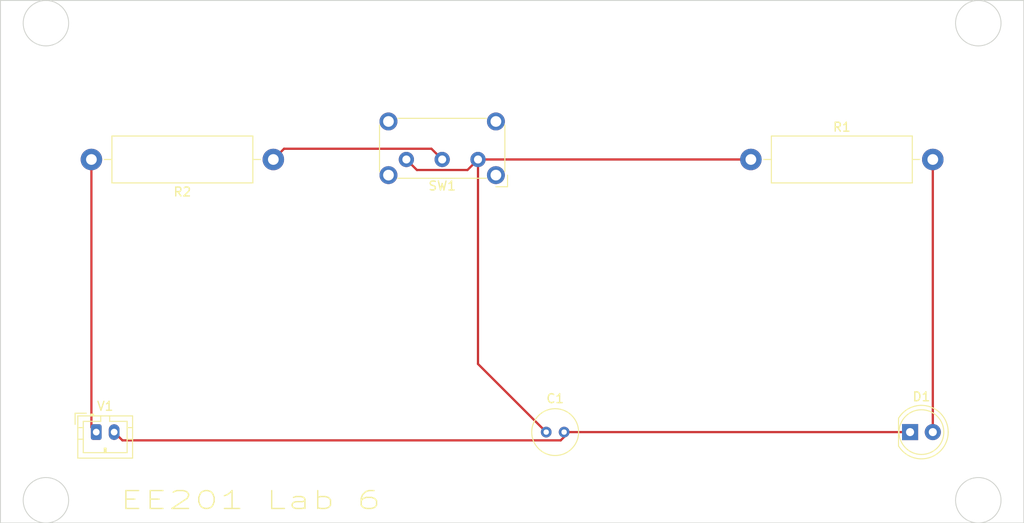
<source format=kicad_pcb>
(kicad_pcb (version 20211014) (generator pcbnew)
  (layers (0 "F.Cu" signal) (31 "B.Cu" signal) (34 "B.Paste" user) (35 "F.Paste" user) (36 "B.SilkS" user "B.Silkscreen") (37 "F.SilkS" user "F.Silkscreen") (38 "B.Mask" user) (39 "F.Mask" user) (44 "Edge.Cuts" user))
  (net 0 "")
  (net 1 "Net-(C1-Pad1)")
  (net 2 "Net-(C1-Pad2)")
  (net 3 "Net-(D1-Pad2)")
  (net 4 "Net-(R2-Pad1)")
  (net 5 "Net-(R2-Pad2)")
  (footprint "Connector_JST:JST_PH_B2B-PH-K_1x02_P2.00mm_Vertical" (layer "F.Cu") (at 84.36 106.68)
    (fp_text reference "V1" (at 1 -2.9) (layer "F.SilkS"))
    (fp_text value "9V")
    (fp_line (start 4.06 0.8) (end 3.45 0.8) (layer "F.SilkS") (width 0.12))
    (fp_line (start 3.45 -1.2) (end 1.5 -1.2) (layer "F.SilkS") (width 0.12))
    (fp_line (start -2.06 2.91) (end 4.06 2.91) (layer "F.SilkS") (width 0.12))
    (fp_line (start -2.36 -2.11) (end -2.36 -0.86) (layer "F.SilkS") (width 0.12))
    (fp_line (start -2.06 -0.5) (end -1.45 -0.5) (layer "F.SilkS") (width 0.12))
    (fp_line (start 0.5 -1.2) (end -1.45 -1.2) (layer "F.SilkS") (width 0.12))
    (fp_line (start -1.45 2.3) (end 3.45 2.3) (layer "F.SilkS") (width 0.12))
    (fp_line (start -0.3 -2.01) (end -0.6 -2.01) (layer "F.SilkS") (width 0.12))
    (fp_line (start -0.6 -2.01) (end -0.6 -1.81) (layer "F.SilkS") (width 0.12))
    (fp_line (start 3.45 2.3) (end 3.45 -1.2) (layer "F.SilkS") (width 0.12))
    (fp_line (start -2.06 0.8) (end -1.45 0.8) (layer "F.SilkS") (width 0.12))
    (fp_line (start 1 2.3) (end 1 1.8) (layer "F.SilkS") (width 0.12))
    (fp_line (start 4.06 -1.81) (end -2.06 -1.81) (layer "F.SilkS") (width 0.12))
    (fp_line (start 0.5 -1.81) (end 0.5 -1.2) (layer "F.SilkS") (width 0.12))
    (fp_line (start -1.45 -1.2) (end -1.45 2.3) (layer "F.SilkS") (width 0.12))
    (fp_line (start 1.1 1.8) (end 1.1 2.3) (layer "F.SilkS") (width 0.12))
    (fp_line (start -1.11 -2.11) (end -2.36 -2.11) (layer "F.SilkS") (width 0.12))
    (fp_line (start -0.3 -1.81) (end -0.3 -2.01) (layer "F.SilkS") (width 0.12))
    (fp_line (start 0.9 2.3) (end 0.9 1.8) (layer "F.SilkS") (width 0.12))
    (fp_line (start 4.06 2.91) (end 4.06 -1.81) (layer "F.SilkS") (width 0.12))
    (fp_line (start 0.9 1.8) (end 1.1 1.8) (layer "F.SilkS") (width 0.12))
    (fp_line (start 1.5 -1.2) (end 1.5 -1.81) (layer "F.SilkS") (width 0.12))
    (fp_line (start -0.3 -1.91) (end -0.6 -1.91) (layer "F.SilkS") (width 0.12))
    (fp_line (start -2.06 -1.81) (end -2.06 2.91) (layer "F.SilkS") (width 0.12))
    (fp_line (start 4.06 -0.5) (end 3.45 -0.5) (layer "F.SilkS") (width 0.12))
    (pad "1" thru_hole roundrect (at 0 0) (size 1.2 1.75) (drill 0.75) (layers *.Cu *.Mask) (roundrect_rratio 0.208333) (net 5 "Net-(R2-Pad2)"))
    (pad "2" thru_hole oval (at 2 0) (size 1.2 1.75) (drill 0.75) (layers *.Cu *.Mask) (net 2 "Net-(C1-Pad2)"))
  )
  (footprint "Resistor_THT:R_Axial_DIN0516_L15.5mm_D5.0mm_P20.32mm_Horizontal" (layer "F.Cu") (at 104.14 76.2 180)
    (fp_text reference "R2" (at 10.16 -3.62) (layer "F.SilkS"))
    (fp_text value "2.2 kΩ")
    (fp_line (start 18.88 0) (end 18.03 0) (layer "F.SilkS") (width 0.12))
    (fp_line (start 2.29 -2.62) (end 2.29 2.62) (layer "F.SilkS") (width 0.12))
    (fp_line (start 2.29 2.62) (end 18.03 2.62) (layer "F.SilkS") (width 0.12))
    (fp_line (start 18.03 -2.62) (end 2.29 -2.62) (layer "F.SilkS") (width 0.12))
    (fp_line (start 18.03 2.62) (end 18.03 -2.62) (layer "F.SilkS") (width 0.12))
    (fp_line (start 1.44 0) (end 2.29 0) (layer "F.SilkS") (width 0.12))
    (pad "1" thru_hole circle (at 0 0 180) (size 2.4 2.4) (drill 1.2) (layers *.Cu *.Mask) (net 4 "Net-(R2-Pad1)"))
    (pad "2" thru_hole oval (at 20.32 0 180) (size 2.4 2.4) (drill 1.2) (layers *.Cu *.Mask) (net 5 "Net-(R2-Pad2)"))
  )
  (footprint "LED_THT:LED_D5.0mm" (layer "F.Cu") (at 175.26 106.68)
    (fp_text reference "D1" (at 1.27 -3.96) (layer "F.SilkS"))
    (fp_text value "LED")
    (fp_line (start -1.29 -1.545) (end -1.29 1.545) (layer "F.SilkS") (width 0.12))
    (fp_arc (start -1.29 -1.54483) (mid 2.072002 -2.880433) (end 4.26 0.000462) (layer "F.SilkS") (width 0.12))
    (fp_arc (start 4.26 -0.000462) (mid 2.072002 2.880433) (end -1.29 1.54483) (layer "F.SilkS") (width 0.12))
    (fp_circle (center 1.27 0) (end 3.77 0) (layer "F.SilkS") (width 0.12) (fill none))
    (pad "1" thru_hole rect (at 0 0) (size 1.8 1.8) (drill 0.9) (layers *.Cu *.Mask) (net 2 "Net-(C1-Pad2)"))
    (pad "2" thru_hole circle (at 2.54 0) (size 1.8 1.8) (drill 0.9) (layers *.Cu *.Mask) (net 3 "Net-(D1-Pad2)"))
  )
  (footprint "Button_Switch_THT:SW_E-Switch_EG1224_SPDT_Angled" (layer "F.Cu") (at 127 76.2 180)
    (fp_text reference "SW1" (at 4 -2.95) (layer "F.SilkS"))
    (fp_text value "SW_SPDT")
    (fp_line (start -3.3 -3.05) (end -2 -3.05) (layer "F.SilkS") (width 0.12))
    (fp_line (start 8.95 4.6) (end -0.95 4.6) (layer "F.SilkS") (width 0.12))
    (fp_line (start -3 3.85) (end -3 -1.35) (layer "F.SilkS") (width 0.12))
    (fp_line (start -0.95 -2.1) (end 8.95 -2.1) (layer "F.SilkS") (width 0.12))
    (fp_line (start -3.3 -1.75) (end -3.3 -3.05) (layer "F.SilkS") (width 0.12))
    (fp_line (start 11 -1.35) (end 11 3.85) (layer "F.SilkS") (width 0.12))
    (pad "" thru_hole circle (at 10 -1.75 180) (size 2 2) (drill 1.2) (layers *.Cu *.Mask))
    (pad "" thru_hole circle (at 10 4.25 180) (size 2 2) (drill 1.2) (layers *.Cu *.Mask))
    (pad "" thru_hole circle (at -2 4.25 180) (size 2 2) (drill 1.2) (layers *.Cu *.Mask))
    (pad "" thru_hole circle (at -2 -1.75 180) (size 2 2) (drill 1.2) (layers *.Cu *.Mask))
    (pad "1" thru_hole circle (at 0 0 180) (size 1.7 1.7) (drill 0.9) (layers *.Cu *.Mask) (net 1 "Net-(C1-Pad1)"))
    (pad "2" thru_hole circle (at 4 0 180) (size 1.7 1.7) (drill 0.9) (layers *.Cu *.Mask) (net 4 "Net-(R2-Pad1)"))
    (pad "3" thru_hole circle (at 8 0 180) (size 1.7 1.7) (drill 0.9) (layers *.Cu *.Mask) (net 1 "Net-(C1-Pad1)"))
  )
  (footprint "Resistor_THT:R_Axial_DIN0516_L15.5mm_D5.0mm_P20.32mm_Horizontal" (layer "F.Cu") (at 157.48 76.2)
    (fp_text reference "R1" (at 10.16 -3.62) (layer "F.SilkS"))
    (fp_text value "20 kΩ")
    (fp_line (start 18.88 0) (end 18.03 0) (layer "F.SilkS") (width 0.12))
    (fp_line (start 1.44 0) (end 2.29 0) (layer "F.SilkS") (width 0.12))
    (fp_line (start 2.29 -2.62) (end 2.29 2.62) (layer "F.SilkS") (width 0.12))
    (fp_line (start 18.03 -2.62) (end 2.29 -2.62) (layer "F.SilkS") (width 0.12))
    (fp_line (start 2.29 2.62) (end 18.03 2.62) (layer "F.SilkS") (width 0.12))
    (fp_line (start 18.03 2.62) (end 18.03 -2.62) (layer "F.SilkS") (width 0.12))
    (pad "1" thru_hole circle (at 0 0) (size 2.4 2.4) (drill 1.2) (layers *.Cu *.Mask) (net 1 "Net-(C1-Pad1)"))
    (pad "2" thru_hole oval (at 20.32 0) (size 2.4 2.4) (drill 1.2) (layers *.Cu *.Mask) (net 3 "Net-(D1-Pad2)"))
  )
  (footprint "Capacitor_THT:C_Radial_D5.0mm_H5.0mm_P2.00mm" (layer "F.Cu") (at 134.62 106.68)
    (fp_text reference "C1" (at 1 -3.75) (layer "F.SilkS"))
    (fp_text value "4.7 μF")
    (fp_circle (center 1 0) (end 3.62 0) (layer "F.SilkS") (width 0.12) (fill none))
    (pad "1" thru_hole circle (at 0 0) (size 1.2 1.2) (drill 0.6) (layers *.Cu *.Mask) (net 1 "Net-(C1-Pad1)"))
    (pad "2" thru_hole circle (at 2 0) (size 1.2 1.2) (drill 0.6) (layers *.Cu *.Mask) (net 2 "Net-(C1-Pad2)"))
  )
  (gr_circle (center 78.74 60.96) (end 78.74 63.5) (layer "Edge.Cuts") (width 0.1) (fill none))
  (gr_circle (center 78.74 114.3) (end 76.2 114.3) (layer "Edge.Cuts") (width 0.1) (fill none))
  (gr_circle (center 182.88 114.3) (end 182.88 111.76) (layer "Edge.Cuts") (width 0.1) (fill none))
  (gr_circle (center 182.88 60.96) (end 185.42 60.96) (layer "Edge.Cuts") (width 0.1) (fill none))
  (gr_rect (start 187.96 116.84) (end 73.66 58.42) (layer "Edge.Cuts") (width 0.1) (fill none))
  (gr_text "EE201 Lab 6" (at 101.6 114.3) (layer "F.SilkS") (effects (font (size 2 3))))
  (segment (start 125.825 77.375) (end 127 76.2) (width 0.25) (layer "F.Cu") (net 1))
  (segment (start 127 76.2) (end 127 99.06) (width 0.25) (layer "F.Cu") (net 1))
  (segment (start 127 99.06) (end 134.62 106.68) (width 0.25) (layer "F.Cu") (net 1))
  (segment (start 157.48 76.2) (end 127 76.2) (width 0.25) (layer "F.Cu") (net 1))
  (segment (start 120.175 77.375) (end 125.825 77.375) (width 0.25) (layer "F.Cu") (net 1))
  (segment (start 119 76.2) (end 120.175 77.375) (width 0.25) (layer "F.Cu") (net 1))
  (segment (start 86.36 106.68) (end 87.285 107.605) (width 0.25) (layer "F.Cu") (net 2))
  (segment (start 137.16 106.68) (end 175.26 106.68) (width 0.25) (layer "F.Cu") (net 2))
  (segment (start 87.285 107.605) (end 136.235 107.605) (width 0.25) (layer "F.Cu") (net 2))
  (segment (start 136.235 107.605) (end 137.16 106.68) (width 0.25) (layer "F.Cu") (net 2))
  (segment (start 177.8 106.68) (end 177.8 76.2) (width 0.25) (layer "F.Cu") (net 3))
  (segment (start 121.8 75) (end 123 76.2) (width 0.25) (layer "F.Cu") (net 4))
  (segment (start 104.14 76.2) (end 105.34 75) (width 0.25) (layer "F.Cu") (net 4))
  (segment (start 105.34 75) (end 121.8 75) (width 0.25) (layer "F.Cu") (net 4))
  (segment (start 84.36 106.68) (end 83.82 106.14) (width 0.25) (layer "F.Cu") (net 5))
  (segment (start 83.82 106.14) (end 83.82 76.2) (width 0.25) (layer "F.Cu") (net 5))
)
</source>
